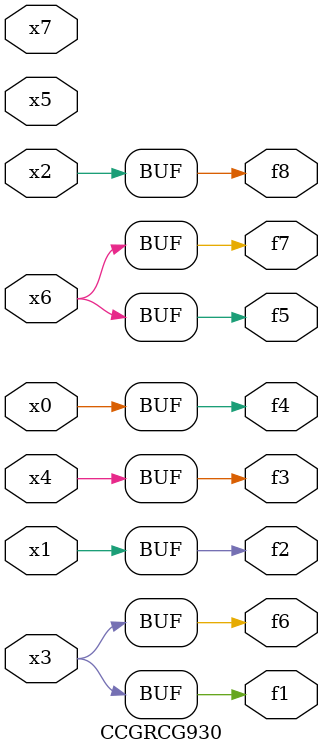
<source format=v>
module CCGRCG930(
	input x0, x1, x2, x3, x4, x5, x6, x7,
	output f1, f2, f3, f4, f5, f6, f7, f8
);
	assign f1 = x3;
	assign f2 = x1;
	assign f3 = x4;
	assign f4 = x0;
	assign f5 = x6;
	assign f6 = x3;
	assign f7 = x6;
	assign f8 = x2;
endmodule

</source>
